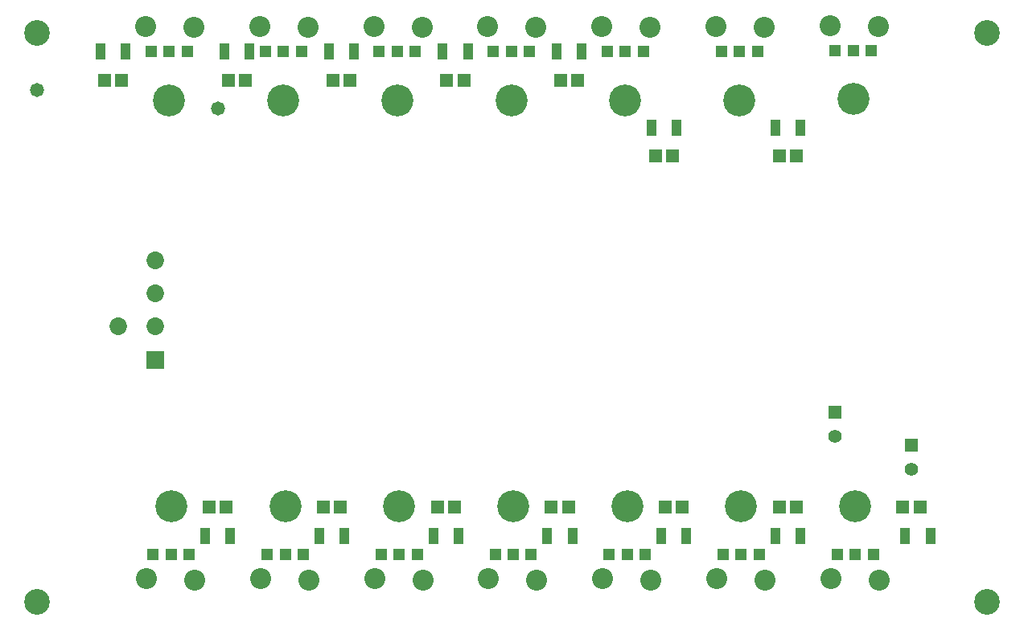
<source format=gbs>
G04*
G04 #@! TF.GenerationSoftware,Altium Limited,Altium Designer,20.2.6 (244)*
G04*
G04 Layer_Color=16711935*
%FSLAX25Y25*%
%MOIN*%
G70*
G04*
G04 #@! TF.SameCoordinates,497CC9B7-7792-49EA-9D7E-492ABDADDE37*
G04*
G04*
G04 #@! TF.FilePolarity,Negative*
G04*
G01*
G75*
%ADD17C,0.07296*%
%ADD18R,0.07296X0.07296*%
%ADD19R,0.05524X0.05524*%
%ADD20C,0.05524*%
%ADD21C,0.08674*%
%ADD22R,0.04737X0.04737*%
%ADD23C,0.13202*%
%ADD24C,0.05800*%
%ADD25C,0.10642*%
%ADD37R,0.05500X0.05800*%
%ADD38R,0.04343X0.06902*%
D17*
X186542Y279714D02*
D03*
Y265935D02*
D03*
Y252155D02*
D03*
X171260Y252153D02*
D03*
D18*
X186542Y238376D02*
D03*
D19*
X500000Y202913D02*
D03*
X468504Y216535D02*
D03*
D20*
X500000Y192913D02*
D03*
X468504Y206535D02*
D03*
D21*
X438976Y376142D02*
D03*
X418976Y376673D02*
D03*
X230000D02*
D03*
X250000Y376142D02*
D03*
X486535Y146949D02*
D03*
X466535Y147480D02*
D03*
X182756Y376673D02*
D03*
X202756Y376142D02*
D03*
X183071Y147480D02*
D03*
X203071Y146949D02*
D03*
X250315D02*
D03*
X230315Y147480D02*
D03*
X277559D02*
D03*
X297559Y146949D02*
D03*
X324803Y147480D02*
D03*
X344803Y146949D02*
D03*
X372047Y147480D02*
D03*
X392047Y146949D02*
D03*
X419291Y147480D02*
D03*
X439291Y146949D02*
D03*
X297244Y376142D02*
D03*
X277244Y376673D02*
D03*
X344488Y376142D02*
D03*
X324488Y376673D02*
D03*
X371732D02*
D03*
X391732Y376142D02*
D03*
X466221Y377067D02*
D03*
X486221Y376535D02*
D03*
D22*
X428740Y366142D02*
D03*
X436221D02*
D03*
X421260D02*
D03*
X239764D02*
D03*
X247244D02*
D03*
X232283D02*
D03*
X476772Y157480D02*
D03*
X469291D02*
D03*
X484252D02*
D03*
X200000Y366142D02*
D03*
X192520D02*
D03*
X185039D02*
D03*
X437008Y157480D02*
D03*
X422047D02*
D03*
X389764D02*
D03*
X374803D02*
D03*
X342520D02*
D03*
X327559D02*
D03*
X295276D02*
D03*
X280315D02*
D03*
X248031D02*
D03*
X233071D02*
D03*
X200787D02*
D03*
X185827D02*
D03*
X468504Y366535D02*
D03*
X483465D02*
D03*
X374016Y366142D02*
D03*
X388976D02*
D03*
X326772D02*
D03*
X341732D02*
D03*
X279528D02*
D03*
X294488D02*
D03*
X193307Y157480D02*
D03*
X240551D02*
D03*
X287795D02*
D03*
X335039D02*
D03*
X382283D02*
D03*
X429528D02*
D03*
X287008Y366142D02*
D03*
X334252D02*
D03*
X381496D02*
D03*
X475984Y366535D02*
D03*
D23*
X428740Y346063D02*
D03*
X239764D02*
D03*
X476772Y177559D02*
D03*
X192520Y346063D02*
D03*
X193307Y177559D02*
D03*
X240551D02*
D03*
X287795D02*
D03*
X335039D02*
D03*
X382283D02*
D03*
X429528D02*
D03*
X287008Y346063D02*
D03*
X334252D02*
D03*
X381496D02*
D03*
X475984Y346457D02*
D03*
D24*
X212598Y342520D02*
D03*
X137795Y350394D02*
D03*
D25*
Y374016D02*
D03*
Y137795D02*
D03*
X531496D02*
D03*
Y374016D02*
D03*
D37*
X172838Y354331D02*
D03*
X165745D02*
D03*
X496454Y177165D02*
D03*
X503546D02*
D03*
X216145D02*
D03*
X209052D02*
D03*
X216926Y354331D02*
D03*
X224019D02*
D03*
X260233D02*
D03*
X267326D02*
D03*
X307477D02*
D03*
X314570D02*
D03*
X354721D02*
D03*
X361814D02*
D03*
X394091Y322835D02*
D03*
X401184D02*
D03*
X445272D02*
D03*
X452365D02*
D03*
X445272Y177165D02*
D03*
X452365D02*
D03*
X398028D02*
D03*
X405121D02*
D03*
X350784D02*
D03*
X357877D02*
D03*
X303540D02*
D03*
X310633D02*
D03*
X256296D02*
D03*
X263389D02*
D03*
D38*
X164075Y366142D02*
D03*
X174508D02*
D03*
X443602Y334646D02*
D03*
X454035D02*
D03*
X497441Y165354D02*
D03*
X507874D02*
D03*
X217815Y165354D02*
D03*
X207382D02*
D03*
X225689Y366142D02*
D03*
X215256D02*
D03*
X268996D02*
D03*
X258563D02*
D03*
X316240D02*
D03*
X305807D02*
D03*
X363484D02*
D03*
X353051D02*
D03*
X402854Y334646D02*
D03*
X392421D02*
D03*
X443602Y165354D02*
D03*
X454035D02*
D03*
X396358D02*
D03*
X406791D02*
D03*
X349114D02*
D03*
X359547D02*
D03*
X301870D02*
D03*
X312303D02*
D03*
X254626D02*
D03*
X265059D02*
D03*
M02*

</source>
